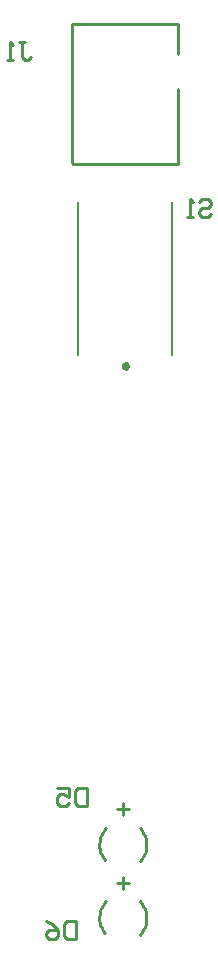
<source format=gbo>
G04 Layer_Color=32896*
%FSLAX25Y25*%
%MOIN*%
G70*
G01*
G75*
%ADD33C,0.00500*%
%ADD34C,0.01000*%
%ADD55C,0.01200*%
D33*
X340551Y654331D02*
Y705512D01*
X309055Y654331D02*
Y705512D01*
D34*
X329584Y461165D02*
X330263Y461939D01*
X330835Y462795D01*
X331290Y463719D01*
X331622Y464694D01*
X331822Y465704D01*
X331890Y466732D01*
X331822Y467760D01*
X331622Y468770D01*
X331290Y469745D01*
X330835Y470669D01*
X330263Y471526D01*
X329584Y472300D01*
X318448D02*
X317805Y471573D01*
X317257Y470772D01*
X316811Y469910D01*
X316475Y468999D01*
X316253Y468054D01*
X316150Y467089D01*
X316166Y466119D01*
X316301Y465157D01*
X316553Y464220D01*
X316919Y463321D01*
X317392Y462474D01*
X317967Y461691D01*
X329584Y485574D02*
X330263Y486348D01*
X330835Y487205D01*
X331290Y488128D01*
X331622Y489104D01*
X331822Y490114D01*
X331890Y491142D01*
X331822Y492169D01*
X331622Y493180D01*
X331290Y494155D01*
X330835Y495079D01*
X330263Y495935D01*
X329584Y496709D01*
X318448D02*
X317805Y495982D01*
X317257Y495181D01*
X316811Y494319D01*
X316475Y493408D01*
X316253Y492463D01*
X316150Y491499D01*
X316166Y490528D01*
X316301Y489567D01*
X316553Y488630D01*
X316919Y487731D01*
X317392Y486883D01*
X317967Y486101D01*
X307087Y718504D02*
Y721260D01*
Y718504D02*
X307480Y718110D01*
X319094D01*
X307087Y721260D02*
Y764567D01*
X342520Y718110D02*
Y721260D01*
X342520Y754724D02*
Y764567D01*
X342520Y721260D02*
Y742913D01*
X307087Y764567D02*
X342520D01*
X319094Y718110D02*
X342520D01*
X289308Y758754D02*
X291308D01*
X290308D01*
Y753756D01*
X291308Y752756D01*
X292307D01*
X293307Y753756D01*
X287309Y752756D02*
X285310D01*
X286309D01*
Y758754D01*
X287309Y757754D01*
X349545Y705392D02*
X350544Y706392D01*
X352544D01*
X353543Y705392D01*
Y704392D01*
X352544Y703393D01*
X350544D01*
X349545Y702393D01*
Y701393D01*
X350544Y700394D01*
X352544D01*
X353543Y701393D01*
X347545Y700394D02*
X345546D01*
X346546D01*
Y706392D01*
X347545Y705392D01*
X312205Y509935D02*
Y503937D01*
X309206D01*
X308206Y504937D01*
Y508935D01*
X309206Y509935D01*
X312205D01*
X302208D02*
X306207D01*
Y506936D01*
X304207Y507936D01*
X303208D01*
X302208Y506936D01*
Y504937D01*
X303208Y503937D01*
X305207D01*
X306207Y504937D01*
X308268Y465840D02*
Y459842D01*
X305269D01*
X304269Y460842D01*
Y464841D01*
X305269Y465840D01*
X308268D01*
X298271D02*
X300270Y464841D01*
X302270Y462842D01*
Y460842D01*
X301270Y459842D01*
X299271D01*
X298271Y460842D01*
Y461842D01*
X299271Y462842D01*
X302270D01*
X323970Y480512D02*
Y476513D01*
X321970Y478512D02*
X325969D01*
X323970Y504921D02*
Y500922D01*
X321970Y502922D02*
X325969D01*
D55*
X325800Y650492D02*
X325247Y651253D01*
X324353Y650962D01*
Y650022D01*
X325247Y649731D01*
X325800Y650492D01*
M02*

</source>
